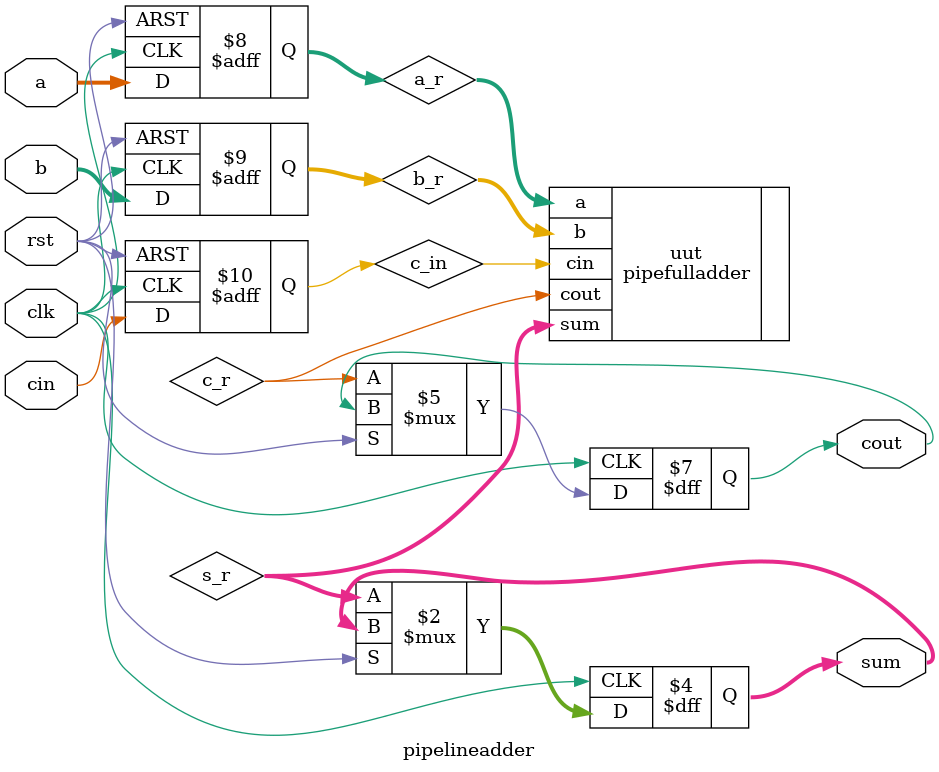
<source format=v>
`timescale 1ns / 1ps


module pipelineadder(input clk,
input rst,
input  [3:0]a,
input  [3:0]b,
input cin,
output  reg[3:0]sum,
output  reg cout
    );
    reg [3:0] a_r,b_r;
    reg c_in;
    wire [3:0] s_r;
    wire c_r;
    pipefulladder uut(.a(a_r), .b(b_r), .cin(c_in), .sum(s_r), .cout(c_r));
    always @ (posedge clk or posedge rst) begin
    if(rst)
    begin
    a_r<=4'b0000;
    b_r<=4'b0000;
    c_in<=1'b0;
    
    
    end
    else
    begin
    a_r<=a;
    b_r<=b;
    c_in<=cin;
    sum<=s_r;
    cout<=c_r;
    end
    end



endmodule





</source>
